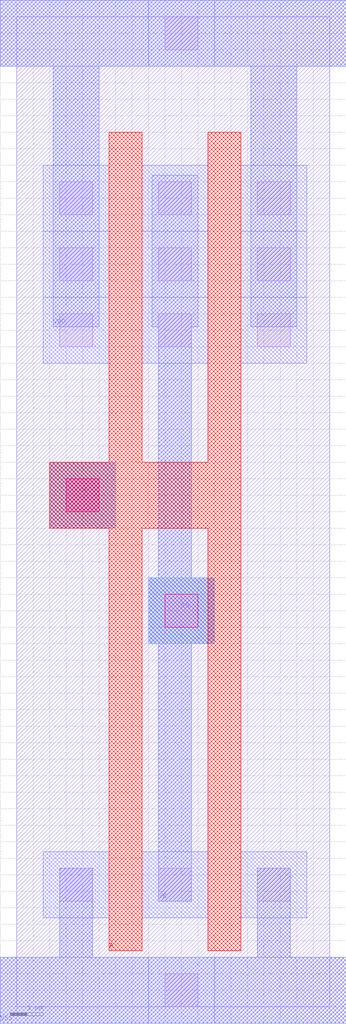
<source format=lef>
VERSION 5.3 ;

NAMESCASESENSITIVE ON ;

UNITS
  DATABASE MICRONS 1000 ;
END UNITS











MACRO inv2LEF
  CLASS BLOCK ;
  PIN A
    DIRECTION INPUT ;
    PORT
      LAYER POL ;
        POLYGON 1.000 16.500  1.000 14.500  2.800 14.500  2.800 1.700  3.800 
        1.700  3.800 14.500  5.800 14.500  5.800 1.700  6.800 1.700  6.800 
        26.500  5.800 26.500  5.800 16.500  3.800 16.500  3.800 26.500  2.800 
        26.500  2.800 16.500  1.000 16.500  ;
    END
    PORT
      LAYER ML1 ;
        POLYGON 1.000 14.500  1.000 16.500  3.000 16.500  3.000 14.500  1.000 
        14.500  ;
    END
  END A
  PIN VDD
    DIRECTION INOUT ;
    PORT
      LAYER ML1 ;
        POLYGON -0.500 30.500  -0.500 28.500  1.100 28.500  1.100 20.600  
        2.500 20.600  2.500 28.500  7.100 28.500  7.100 20.600  8.500 20.600  
        8.500 28.500  10.000 28.500  10.000 30.500  -0.500 30.500  ;
    END
  END VDD
  PIN VSS
    DIRECTION INOUT ;
    PORT
      LAYER ML1 ;
        POLYGON -0.500 1.500  -0.500 -0.500  10.000 -0.500  10.000 1.500  
        8.300 1.500  8.300 4.200  7.300 4.200  7.300 1.500  2.300 1.500  2.300 
        4.200  1.300 4.200  1.300 1.500  -0.500 1.500  ;
    END
  END VSS
  PIN YB
    DIRECTION OUTPUT ;
    PORT
      LAYER ML2 ;
        POLYGON 4.000 13.000  4.000 11.000  6.000 11.000  6.000 13.000  4.000 
        13.000  ;
    END
    PORT
      LAYER ML1 ;
        POLYGON 4.000 13.000  4.000 11.000  4.300 11.000  4.300 3.200  5.300 
        3.200  5.300 11.000  6.000 11.000  6.000 13.000  5.300 13.000  5.300 
        20.600  5.500 20.600  5.500 25.200  4.100 25.200  4.100 20.600  4.300 
        20.600  4.300 13.000  4.000 13.000  ;
    END
  END YB
  OBS
    LAYER CNT ;
      POLYGON 4.300 3.200  4.300 4.200  5.300 4.200  5.300 3.200  4.300 3.200  ;
      
      POLYGON 4.300 24.000  4.300 25.000  5.300 25.000  5.300 24.000  4.300 
      24.000  ;
      POLYGON 4.300 20.000  4.300 21.000  5.300 21.000  5.300 20.000  4.300 
      20.000  ;
      POLYGON 4.300 22.000  4.300 23.000  5.300 23.000  5.300 22.000  4.300 
      22.000  ;
      POLYGON 7.300 24.000  7.300 25.000  8.300 25.000  8.300 24.000  7.300 
      24.000  ;
      POLYGON 7.300 22.000  7.300 23.000  8.300 23.000  8.300 22.000  7.300 
      22.000  ;
      POLYGON 7.300 20.000  7.300 21.000  8.300 21.000  8.300 20.000  7.300 
      20.000  ;
      POLYGON 7.300 3.200  7.300 4.200  8.300 4.200  8.300 3.200  7.300 3.200  ;
      
      POLYGON 4.500 29.000  4.500 30.000  5.500 30.000  5.500 29.000  4.500 
      29.000  ;
      POLYGON 1.500 15.000  1.500 16.000  2.500 16.000  2.500 15.000  1.500 
      15.000  ;
      POLYGON 4.500 0.000  4.500 1.000  5.500 1.000  5.500 0.000  4.500 0.000  ;
      
      POLYGON 1.300 22.000  1.300 23.000  2.300 23.000  2.300 22.000  1.300 
      22.000  ;
      POLYGON 1.300 20.000  1.300 21.000  2.300 21.000  2.300 20.000  1.300 
      20.000  ;
      POLYGON 1.300 3.200  1.300 4.200  2.300 4.200  2.300 3.200  1.300 3.200  ;
      
      POLYGON 1.300 24.000  1.300 25.000  2.300 25.000  2.300 24.000  1.300 
      24.000  ;
    LAYER FRAME ;
      RECT -0.500 28.500  10.000 30.500  ;
      RECT -0.500 -0.500  10.000 1.500  ;
      POLYGON 0.000 0.000  9.500 0.000  9.500 30.000  0.000 30.000  0.000 
      0.000  ;
    LAYER ML1 ;
      RECT 4.000 -0.500  6.000 1.500  ;
      POLYGON 1.000 14.500  1.000 16.500  3.000 16.500  3.000 14.500  1.000 
      14.500  ;
      RECT 1.000 14.500  3.000 16.500  ;
      RECT 4.000 28.500  6.000 30.500  ;
      RECT 6.800 2.700  8.800 4.700  ;
      RECT 6.800 19.500  8.800 21.500  ;
      RECT 6.800 21.500  8.800 23.500  ;
      RECT 6.800 23.500  8.800 25.500  ;
      RECT 3.800 21.500  5.800 23.500  ;
      RECT 3.800 19.500  5.800 21.500  ;
      RECT 3.800 23.500  5.800 25.500  ;
      RECT 3.800 2.700  5.800 4.700  ;
      RECT 0.800 21.500  2.800 23.500  ;
      RECT 0.800 19.500  2.800 21.500  ;
      RECT 0.800 2.700  2.800 4.700  ;
      RECT 0.800 23.500  2.800 25.500  ;
      POLYGON -0.500 30.500  -0.500 28.500  1.100 28.500  1.100 20.600  2.500 
      20.600  2.500 28.500  7.100 28.500  7.100 20.600  8.500 20.600  8.500 
      28.500  10.000 28.500  10.000 30.500  -0.500 30.500  ;
      POLYGON -0.500 1.500  -0.500 -0.500  10.000 -0.500  10.000 1.500  8.300 
      1.500  8.300 4.200  7.300 4.200  7.300 1.500  2.300 1.500  2.300 4.200  
      1.300 4.200  1.300 1.500  -0.500 1.500  ;
      POLYGON 4.000 13.000  4.000 11.000  4.300 11.000  4.300 3.200  5.300 
      3.200  5.300 11.000  6.000 11.000  6.000 13.000  5.300 13.000  5.300 
      20.600  5.500 20.600  5.500 25.200  4.100 25.200  4.100 20.600  4.300 
      20.600  4.300 13.000  4.000 13.000  ;
    LAYER ML2 ;
      POLYGON 4.000 13.000  4.000 11.000  6.000 11.000  6.000 13.000  4.000 
      13.000  ;
      POLYGON 1.000 14.500  1.000 16.500  3.000 16.500  3.000 14.500  1.000 
      14.500  ;
    LAYER POL ;
      POLYGON 1.000 16.500  1.000 14.500  2.800 14.500  2.800 1.700  3.800 
      1.700  3.800 14.500  5.800 14.500  5.800 1.700  6.800 1.700  6.800 
      26.500  5.800 26.500  5.800 16.500  3.800 16.500  3.800 26.500  2.800 
      26.500  2.800 16.500  1.000 16.500  ;
    LAYER VIA1 ;
      POLYGON 4.500 11.500  4.500 12.500  5.500 12.500  5.500 11.500  4.500 
      11.500  ;
      POLYGON 1.500 15.000  1.500 16.000  2.500 16.000  2.500 15.000  1.500 
      15.000  ;
  END
END inv2LEF


END LIBRARY

</source>
